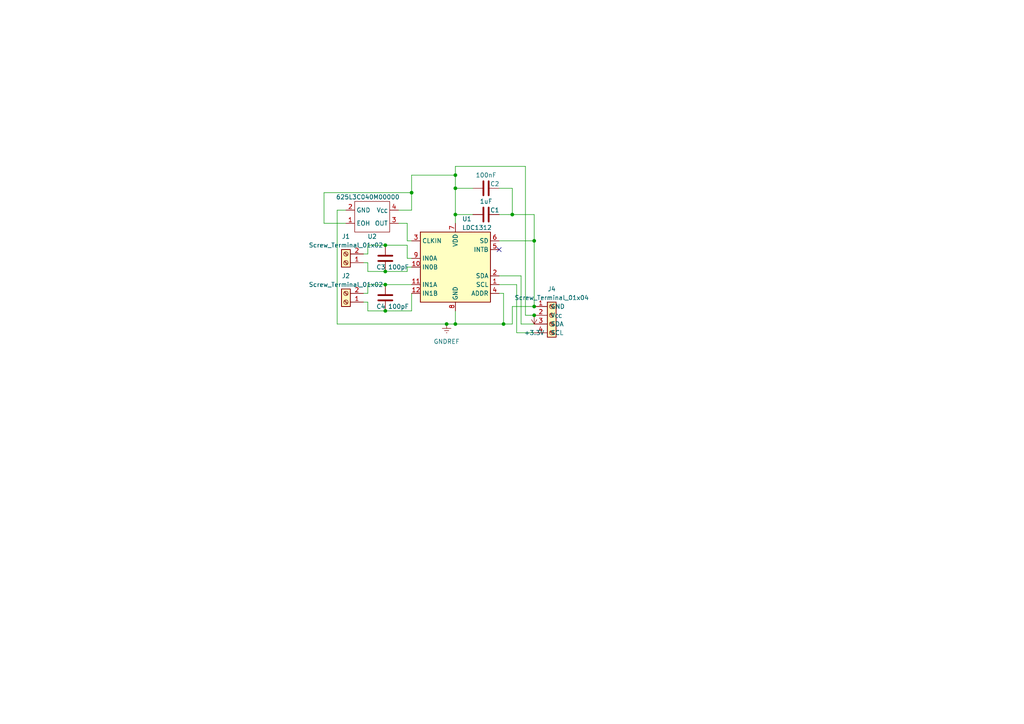
<source format=kicad_sch>
(kicad_sch (version 20230121) (generator eeschema)

  (uuid 350d1303-7e7b-429d-8eeb-6ffcca099a2b)

  (paper "A4")

  (lib_symbols
    (symbol "Connector:Screw_Terminal_01x02" (pin_names (offset 1.016) hide) (in_bom yes) (on_board yes)
      (property "Reference" "J" (at 0 2.54 0)
        (effects (font (size 1.27 1.27)))
      )
      (property "Value" "Screw_Terminal_01x02" (at 0 -5.08 0)
        (effects (font (size 1.27 1.27)))
      )
      (property "Footprint" "" (at 0 0 0)
        (effects (font (size 1.27 1.27)) hide)
      )
      (property "Datasheet" "~" (at 0 0 0)
        (effects (font (size 1.27 1.27)) hide)
      )
      (property "ki_keywords" "screw terminal" (at 0 0 0)
        (effects (font (size 1.27 1.27)) hide)
      )
      (property "ki_description" "Generic screw terminal, single row, 01x02, script generated (kicad-library-utils/schlib/autogen/connector/)" (at 0 0 0)
        (effects (font (size 1.27 1.27)) hide)
      )
      (property "ki_fp_filters" "TerminalBlock*:*" (at 0 0 0)
        (effects (font (size 1.27 1.27)) hide)
      )
      (symbol "Screw_Terminal_01x02_1_1"
        (rectangle (start -1.27 1.27) (end 1.27 -3.81)
          (stroke (width 0.254) (type default))
          (fill (type background))
        )
        (circle (center 0 -2.54) (radius 0.635)
          (stroke (width 0.1524) (type default))
          (fill (type none))
        )
        (polyline
          (pts
            (xy -0.5334 -2.2098)
            (xy 0.3302 -3.048)
          )
          (stroke (width 0.1524) (type default))
          (fill (type none))
        )
        (polyline
          (pts
            (xy -0.5334 0.3302)
            (xy 0.3302 -0.508)
          )
          (stroke (width 0.1524) (type default))
          (fill (type none))
        )
        (polyline
          (pts
            (xy -0.3556 -2.032)
            (xy 0.508 -2.8702)
          )
          (stroke (width 0.1524) (type default))
          (fill (type none))
        )
        (polyline
          (pts
            (xy -0.3556 0.508)
            (xy 0.508 -0.3302)
          )
          (stroke (width 0.1524) (type default))
          (fill (type none))
        )
        (circle (center 0 0) (radius 0.635)
          (stroke (width 0.1524) (type default))
          (fill (type none))
        )
        (pin passive line (at -5.08 0 0) (length 3.81)
          (name "Pin_1" (effects (font (size 1.27 1.27))))
          (number "1" (effects (font (size 1.27 1.27))))
        )
        (pin passive line (at -5.08 -2.54 0) (length 3.81)
          (name "Pin_2" (effects (font (size 1.27 1.27))))
          (number "2" (effects (font (size 1.27 1.27))))
        )
      )
    )
    (symbol "Device:C" (pin_numbers hide) (pin_names (offset 0.254)) (in_bom yes) (on_board yes)
      (property "Reference" "C" (at 0.635 2.54 0)
        (effects (font (size 1.27 1.27)) (justify left))
      )
      (property "Value" "C" (at 0.635 -2.54 0)
        (effects (font (size 1.27 1.27)) (justify left))
      )
      (property "Footprint" "" (at 0.9652 -3.81 0)
        (effects (font (size 1.27 1.27)) hide)
      )
      (property "Datasheet" "~" (at 0 0 0)
        (effects (font (size 1.27 1.27)) hide)
      )
      (property "ki_keywords" "cap capacitor" (at 0 0 0)
        (effects (font (size 1.27 1.27)) hide)
      )
      (property "ki_description" "Unpolarized capacitor" (at 0 0 0)
        (effects (font (size 1.27 1.27)) hide)
      )
      (property "ki_fp_filters" "C_*" (at 0 0 0)
        (effects (font (size 1.27 1.27)) hide)
      )
      (symbol "C_0_1"
        (polyline
          (pts
            (xy -2.032 -0.762)
            (xy 2.032 -0.762)
          )
          (stroke (width 0.508) (type default))
          (fill (type none))
        )
        (polyline
          (pts
            (xy -2.032 0.762)
            (xy 2.032 0.762)
          )
          (stroke (width 0.508) (type default))
          (fill (type none))
        )
      )
      (symbol "C_1_1"
        (pin passive line (at 0 3.81 270) (length 2.794)
          (name "~" (effects (font (size 1.27 1.27))))
          (number "1" (effects (font (size 1.27 1.27))))
        )
        (pin passive line (at 0 -3.81 90) (length 2.794)
          (name "~" (effects (font (size 1.27 1.27))))
          (number "2" (effects (font (size 1.27 1.27))))
        )
      )
    )
    (symbol "LDC_Lib:625L3C040M00000" (in_bom yes) (on_board yes)
      (property "Reference" "U" (at 0 0 0)
        (effects (font (size 1.27 1.27)))
      )
      (property "Value" "" (at 0 0 0)
        (effects (font (size 1.27 1.27)))
      )
      (property "Footprint" "" (at 0 0 0)
        (effects (font (size 1.27 1.27)) hide)
      )
      (property "Datasheet" "" (at 0 0 0)
        (effects (font (size 1.27 1.27)) hide)
      )
      (symbol "625L3C040M00000_0_1"
        (rectangle (start -5.08 0) (end 5.08 -8.89)
          (stroke (width 0) (type default))
          (fill (type none))
        )
      )
      (symbol "625L3C040M00000_1_1"
        (pin input line (at -7.62 -2.54 0) (length 2.54)
          (name "EOH" (effects (font (size 1.27 1.27))))
          (number "1" (effects (font (size 1.27 1.27))))
        )
        (pin power_in line (at -7.62 -6.35 0) (length 2.54)
          (name "GND" (effects (font (size 1.27 1.27))))
          (number "2" (effects (font (size 1.27 1.27))))
        )
        (pin output line (at 7.62 -2.54 180) (length 2.54)
          (name "OUT" (effects (font (size 1.27 1.27))))
          (number "3" (effects (font (size 1.27 1.27))))
        )
        (pin power_in line (at 7.62 -6.35 180) (length 2.54)
          (name "V_{CC}" (effects (font (size 1.27 1.27))))
          (number "4" (effects (font (size 1.27 1.27))))
        )
      )
    )
    (symbol "Screw_Terminal_01x04_1" (pin_names (offset 1.016)) (in_bom yes) (on_board yes)
      (property "Reference" "J3" (at -2.54 -0.635 0)
        (effects (font (size 1.27 1.27)) (justify left))
      )
      (property "Value" "Screw_Terminal_01x04" (at 2.54 -3.175 0)
        (effects (font (size 1.27 1.27)) (justify left))
      )
      (property "Footprint" "" (at 0 0 0)
        (effects (font (size 1.27 1.27)) hide)
      )
      (property "Datasheet" "~" (at 0 0 0)
        (effects (font (size 1.27 1.27)) hide)
      )
      (property "ki_keywords" "screw terminal" (at 0 0 0)
        (effects (font (size 1.27 1.27)) hide)
      )
      (property "ki_description" "Generic screw terminal, single row, 01x04, script generated (kicad-library-utils/schlib/autogen/connector/)" (at 0 0 0)
        (effects (font (size 1.27 1.27)) hide)
      )
      (property "ki_fp_filters" "TerminalBlock*:*" (at 0 0 0)
        (effects (font (size 1.27 1.27)) hide)
      )
      (symbol "Screw_Terminal_01x04_1_1_1"
        (rectangle (start -1.27 -6.35) (end 1.27 3.81)
          (stroke (width 0.254) (type default))
          (fill (type background))
        )
        (circle (center 0 -5.08) (radius 0.635)
          (stroke (width 0.1524) (type default))
          (fill (type none))
        )
        (circle (center 0 -2.54) (radius 0.635)
          (stroke (width 0.1524) (type default))
          (fill (type none))
        )
        (circle (center 0 0) (radius 0.635)
          (stroke (width 0.1524) (type default))
          (fill (type none))
        )
        (polyline
          (pts
            (xy 0.3556 -4.572)
            (xy -0.508 -5.4102)
          )
          (stroke (width 0.1524) (type default))
          (fill (type none))
        )
        (polyline
          (pts
            (xy 0.3556 -2.032)
            (xy -0.508 -2.8702)
          )
          (stroke (width 0.1524) (type default))
          (fill (type none))
        )
        (polyline
          (pts
            (xy 0.3556 0.508)
            (xy -0.508 -0.3302)
          )
          (stroke (width 0.1524) (type default))
          (fill (type none))
        )
        (polyline
          (pts
            (xy 0.3556 3.048)
            (xy -0.508 2.2098)
          )
          (stroke (width 0.1524) (type default))
          (fill (type none))
        )
        (polyline
          (pts
            (xy 0.5334 -4.7498)
            (xy -0.3302 -5.588)
          )
          (stroke (width 0.1524) (type default))
          (fill (type none))
        )
        (polyline
          (pts
            (xy 0.5334 -2.2098)
            (xy -0.3302 -3.048)
          )
          (stroke (width 0.1524) (type default))
          (fill (type none))
        )
        (polyline
          (pts
            (xy 0.5334 0.3302)
            (xy -0.3302 -0.508)
          )
          (stroke (width 0.1524) (type default))
          (fill (type none))
        )
        (polyline
          (pts
            (xy 0.5334 2.8702)
            (xy -0.3302 2.032)
          )
          (stroke (width 0.1524) (type default))
          (fill (type none))
        )
        (circle (center 0 2.54) (radius 0.635)
          (stroke (width 0.1524) (type default))
          (fill (type none))
        )
        (pin passive line (at 5.08 2.54 180) (length 3.81)
          (name "GND" (effects (font (size 1.27 1.27))))
          (number "1" (effects (font (size 1.27 1.27))))
        )
        (pin passive line (at 5.08 0 180) (length 3.81)
          (name "V_{CC}" (effects (font (size 1.27 1.27))))
          (number "2" (effects (font (size 1.27 1.27))))
        )
        (pin passive line (at 5.08 -2.54 180) (length 3.81)
          (name "SDA" (effects (font (size 1.27 1.27))))
          (number "3" (effects (font (size 1.27 1.27))))
        )
        (pin passive line (at 5.08 -5.08 180) (length 3.81)
          (name "SCL" (effects (font (size 1.27 1.27))))
          (number "4" (effects (font (size 1.27 1.27))))
        )
      )
    )
    (symbol "Sensor_Proximity:LDC1312" (in_bom yes) (on_board yes)
      (property "Reference" "U" (at -8.89 11.43 0)
        (effects (font (size 1.27 1.27)))
      )
      (property "Value" "LDC1312" (at 6.35 11.43 0)
        (effects (font (size 1.27 1.27)))
      )
      (property "Footprint" "Package_SON:WSON-12-1EP_4x4mm_P0.5mm_EP2.6x3mm_ThermalVias" (at 2.54 0 0)
        (effects (font (size 1.27 1.27)) hide)
      )
      (property "Datasheet" "http://www.ti.com/lit/ds/symlink/ldc1312.pdf" (at 0 2.54 0)
        (effects (font (size 1.27 1.27)) hide)
      )
      (property "ki_keywords" "inductance sensor" (at 0 0 0)
        (effects (font (size 1.27 1.27)) hide)
      )
      (property "ki_description" "Inductance to digital converter, 2-channel 12-bit, WSON-12" (at 0 0 0)
        (effects (font (size 1.27 1.27)) hide)
      )
      (property "ki_fp_filters" "WSON*1EP*4x4mm*P0.5mm*" (at 0 0 0)
        (effects (font (size 1.27 1.27)) hide)
      )
      (symbol "LDC1312_0_1"
        (rectangle (start -10.16 -10.16) (end 10.16 10.16)
          (stroke (width 0.254) (type default))
          (fill (type background))
        )
      )
      (symbol "LDC1312_1_1"
        (pin input line (at 12.7 -5.08 180) (length 2.54)
          (name "SCL" (effects (font (size 1.27 1.27))))
          (number "1" (effects (font (size 1.27 1.27))))
        )
        (pin input line (at -12.7 0 0) (length 2.54)
          (name "IN0B" (effects (font (size 1.27 1.27))))
          (number "10" (effects (font (size 1.27 1.27))))
        )
        (pin input line (at -12.7 -5.08 0) (length 2.54)
          (name "IN1A" (effects (font (size 1.27 1.27))))
          (number "11" (effects (font (size 1.27 1.27))))
        )
        (pin input line (at -12.7 -7.62 0) (length 2.54)
          (name "IN1B" (effects (font (size 1.27 1.27))))
          (number "12" (effects (font (size 1.27 1.27))))
        )
        (pin passive line (at 0 -12.7 90) (length 2.54) hide
          (name "GND" (effects (font (size 1.27 1.27))))
          (number "13" (effects (font (size 1.27 1.27))))
        )
        (pin bidirectional line (at 12.7 -2.54 180) (length 2.54)
          (name "SDA" (effects (font (size 1.27 1.27))))
          (number "2" (effects (font (size 1.27 1.27))))
        )
        (pin input line (at -12.7 7.62 0) (length 2.54)
          (name "CLKIN" (effects (font (size 1.27 1.27))))
          (number "3" (effects (font (size 1.27 1.27))))
        )
        (pin input line (at 12.7 -7.62 180) (length 2.54)
          (name "ADDR" (effects (font (size 1.27 1.27))))
          (number "4" (effects (font (size 1.27 1.27))))
        )
        (pin open_collector line (at 12.7 5.08 180) (length 2.54)
          (name "INTB" (effects (font (size 1.27 1.27))))
          (number "5" (effects (font (size 1.27 1.27))))
        )
        (pin input line (at 12.7 7.62 180) (length 2.54)
          (name "SD" (effects (font (size 1.27 1.27))))
          (number "6" (effects (font (size 1.27 1.27))))
        )
        (pin power_in line (at 0 12.7 270) (length 2.54)
          (name "VDD" (effects (font (size 1.27 1.27))))
          (number "7" (effects (font (size 1.27 1.27))))
        )
        (pin power_in line (at 0 -12.7 90) (length 2.54)
          (name "GND" (effects (font (size 1.27 1.27))))
          (number "8" (effects (font (size 1.27 1.27))))
        )
        (pin input line (at -12.7 2.54 0) (length 2.54)
          (name "IN0A" (effects (font (size 1.27 1.27))))
          (number "9" (effects (font (size 1.27 1.27))))
        )
      )
    )
    (symbol "power:+3.3V" (power) (pin_names (offset 0)) (in_bom yes) (on_board yes)
      (property "Reference" "#PWR" (at 0 -3.81 0)
        (effects (font (size 1.27 1.27)) hide)
      )
      (property "Value" "+3.3V" (at 0 3.556 0)
        (effects (font (size 1.27 1.27)))
      )
      (property "Footprint" "" (at 0 0 0)
        (effects (font (size 1.27 1.27)) hide)
      )
      (property "Datasheet" "" (at 0 0 0)
        (effects (font (size 1.27 1.27)) hide)
      )
      (property "ki_keywords" "global power" (at 0 0 0)
        (effects (font (size 1.27 1.27)) hide)
      )
      (property "ki_description" "Power symbol creates a global label with name \"+3.3V\"" (at 0 0 0)
        (effects (font (size 1.27 1.27)) hide)
      )
      (symbol "+3.3V_0_1"
        (polyline
          (pts
            (xy -0.762 1.27)
            (xy 0 2.54)
          )
          (stroke (width 0) (type default))
          (fill (type none))
        )
        (polyline
          (pts
            (xy 0 0)
            (xy 0 2.54)
          )
          (stroke (width 0) (type default))
          (fill (type none))
        )
        (polyline
          (pts
            (xy 0 2.54)
            (xy 0.762 1.27)
          )
          (stroke (width 0) (type default))
          (fill (type none))
        )
      )
      (symbol "+3.3V_1_1"
        (pin power_in line (at 0 0 90) (length 0) hide
          (name "+3.3V" (effects (font (size 1.27 1.27))))
          (number "1" (effects (font (size 1.27 1.27))))
        )
      )
    )
    (symbol "power:GNDREF" (power) (pin_names (offset 0)) (in_bom yes) (on_board yes)
      (property "Reference" "#PWR" (at 0 -6.35 0)
        (effects (font (size 1.27 1.27)) hide)
      )
      (property "Value" "GNDREF" (at 0 -3.81 0)
        (effects (font (size 1.27 1.27)))
      )
      (property "Footprint" "" (at 0 0 0)
        (effects (font (size 1.27 1.27)) hide)
      )
      (property "Datasheet" "" (at 0 0 0)
        (effects (font (size 1.27 1.27)) hide)
      )
      (property "ki_keywords" "global power" (at 0 0 0)
        (effects (font (size 1.27 1.27)) hide)
      )
      (property "ki_description" "Power symbol creates a global label with name \"GNDREF\" , reference supply ground" (at 0 0 0)
        (effects (font (size 1.27 1.27)) hide)
      )
      (symbol "GNDREF_0_1"
        (polyline
          (pts
            (xy -0.635 -1.905)
            (xy 0.635 -1.905)
          )
          (stroke (width 0) (type default))
          (fill (type none))
        )
        (polyline
          (pts
            (xy -0.127 -2.54)
            (xy 0.127 -2.54)
          )
          (stroke (width 0) (type default))
          (fill (type none))
        )
        (polyline
          (pts
            (xy 0 -1.27)
            (xy 0 0)
          )
          (stroke (width 0) (type default))
          (fill (type none))
        )
        (polyline
          (pts
            (xy 1.27 -1.27)
            (xy -1.27 -1.27)
          )
          (stroke (width 0) (type default))
          (fill (type none))
        )
      )
      (symbol "GNDREF_1_1"
        (pin power_in line (at 0 0 270) (length 0) hide
          (name "GNDREF" (effects (font (size 1.27 1.27))))
          (number "1" (effects (font (size 1.27 1.27))))
        )
      )
    )
  )


  (junction (at 132.08 54.61) (diameter 0) (color 0 0 0 0)
    (uuid 0b53fad0-80ee-4025-ba36-91807f030f6c)
  )
  (junction (at 132.08 50.8) (diameter 0) (color 0 0 0 0)
    (uuid 11fc8e3d-fa9c-4a29-b923-8436c03ca96b)
  )
  (junction (at 119.38 55.88) (diameter 0) (color 0 0 0 0)
    (uuid 133449a3-8c68-420e-909a-02822af401f4)
  )
  (junction (at 111.76 71.12) (diameter 0) (color 0 0 0 0)
    (uuid 29e44da8-409f-4358-876a-402310b1078d)
  )
  (junction (at 111.76 78.74) (diameter 0) (color 0 0 0 0)
    (uuid 2ac665d4-0ce4-449e-a248-3366a086b727)
  )
  (junction (at 146.05 93.98) (diameter 0) (color 0 0 0 0)
    (uuid 2c222316-980c-4c47-b5bb-99955c8143da)
  )
  (junction (at 129.54 93.98) (diameter 0) (color 0 0 0 0)
    (uuid 333935ff-7fbf-4247-8040-3cef9ed82b2a)
  )
  (junction (at 132.08 93.98) (diameter 0) (color 0 0 0 0)
    (uuid 33ecddc1-bdd1-4990-9eb9-515c660a6bbe)
  )
  (junction (at 154.94 88.9) (diameter 0) (color 0 0 0 0)
    (uuid 3d326554-762b-41f0-99a8-5b20974bd144)
  )
  (junction (at 148.59 62.23) (diameter 0) (color 0 0 0 0)
    (uuid 59de41ff-62a6-467a-8b3b-81d430c63b2a)
  )
  (junction (at 111.76 90.17) (diameter 0) (color 0 0 0 0)
    (uuid 6acc3a87-f4e6-470b-9898-15be6696e0dd)
  )
  (junction (at 154.94 91.44) (diameter 0) (color 0 0 0 0)
    (uuid 92225e05-8009-4d11-aa99-64bc4cad97d3)
  )
  (junction (at 132.08 62.23) (diameter 0) (color 0 0 0 0)
    (uuid 96856b91-ea25-4c6a-967f-e7aef106bd9b)
  )
  (junction (at 154.94 69.85) (diameter 0) (color 0 0 0 0)
    (uuid eecabe2a-74a4-4ee5-a31f-f8ac7c45cfb9)
  )
  (junction (at 111.76 82.55) (diameter 0) (color 0 0 0 0)
    (uuid fe7ccc17-6148-438c-9331-0b26857b41f0)
  )

  (no_connect (at 144.78 72.39) (uuid 7280db1f-6e68-4236-8b7c-54f1b85d78c3))

  (wire (pts (xy 93.98 55.88) (xy 93.98 64.77))
    (stroke (width 0) (type default))
    (uuid 02e0d91c-2f00-444a-af25-7100ef1a4413)
  )
  (wire (pts (xy 119.38 55.88) (xy 119.38 50.8))
    (stroke (width 0) (type default))
    (uuid 098432b3-1926-41d2-92d3-371dbdb3cf13)
  )
  (wire (pts (xy 119.38 50.8) (xy 132.08 50.8))
    (stroke (width 0) (type default))
    (uuid 0c6f93d6-456d-4523-aaa4-c76785f9ba86)
  )
  (wire (pts (xy 106.68 76.2) (xy 106.68 78.74))
    (stroke (width 0) (type default))
    (uuid 10322f43-8a5a-4cff-b30a-11b49dfa8107)
  )
  (wire (pts (xy 151.13 80.01) (xy 151.13 93.98))
    (stroke (width 0) (type default))
    (uuid 12d0dca1-f8b0-4919-b0be-9c362fdf56d3)
  )
  (wire (pts (xy 93.98 55.88) (xy 119.38 55.88))
    (stroke (width 0) (type default))
    (uuid 16dbac8a-44b6-4f45-a57f-46c89104a247)
  )
  (wire (pts (xy 148.59 62.23) (xy 154.94 62.23))
    (stroke (width 0) (type default))
    (uuid 172525ca-ad71-441e-9e77-28e005eb7160)
  )
  (wire (pts (xy 97.79 93.98) (xy 129.54 93.98))
    (stroke (width 0) (type default))
    (uuid 17e08190-426c-4a83-918c-94a10a45c98e)
  )
  (wire (pts (xy 106.68 87.63) (xy 106.68 90.17))
    (stroke (width 0) (type default))
    (uuid 1d5c73b3-7b4b-4020-87c7-6f85123e469b)
  )
  (wire (pts (xy 106.68 85.09) (xy 106.68 82.55))
    (stroke (width 0) (type default))
    (uuid 2295fdc6-177a-418c-9bdc-5bcc522058af)
  )
  (wire (pts (xy 115.57 60.96) (xy 119.38 60.96))
    (stroke (width 0) (type default))
    (uuid 25172d50-9621-49dc-914b-430e517d3f19)
  )
  (wire (pts (xy 106.68 73.66) (xy 106.68 71.12))
    (stroke (width 0) (type default))
    (uuid 267ea33e-7596-4ec8-b6f2-a7c8b1d58f35)
  )
  (wire (pts (xy 106.68 82.55) (xy 111.76 82.55))
    (stroke (width 0) (type default))
    (uuid 2cf7425e-834d-4620-844e-e793c0c9a44a)
  )
  (wire (pts (xy 144.78 80.01) (xy 151.13 80.01))
    (stroke (width 0) (type default))
    (uuid 30559fe9-f2ea-4c7d-8eac-5285b0014808)
  )
  (wire (pts (xy 132.08 62.23) (xy 132.08 64.77))
    (stroke (width 0) (type default))
    (uuid 3109ae83-a37f-4a7f-bb3b-b3e4e418e689)
  )
  (wire (pts (xy 149.86 96.52) (xy 149.86 82.55))
    (stroke (width 0) (type default))
    (uuid 312bcd90-5b5c-4e78-ba44-331c5f551e6f)
  )
  (wire (pts (xy 105.41 85.09) (xy 106.68 85.09))
    (stroke (width 0) (type default))
    (uuid 3291f245-5c5a-4cf7-a19e-26a18c30a47a)
  )
  (wire (pts (xy 119.38 77.47) (xy 118.11 77.47))
    (stroke (width 0) (type default))
    (uuid 32b92b3c-b54b-4806-baab-89e36f9d7143)
  )
  (wire (pts (xy 144.78 69.85) (xy 154.94 69.85))
    (stroke (width 0) (type default))
    (uuid 34a42f8c-6c9a-4cb2-af1e-ae8c7df1b4e7)
  )
  (wire (pts (xy 111.76 82.55) (xy 119.38 82.55))
    (stroke (width 0) (type default))
    (uuid 37ac5bf3-39b9-4dfd-a69c-9a0a3c8b7341)
  )
  (wire (pts (xy 144.78 85.09) (xy 146.05 85.09))
    (stroke (width 0) (type default))
    (uuid 3a507798-c1dc-46d1-9141-150ebd057541)
  )
  (wire (pts (xy 118.11 64.77) (xy 118.11 69.85))
    (stroke (width 0) (type default))
    (uuid 3bad9c17-2096-4a4e-a30c-f65670cf1669)
  )
  (wire (pts (xy 118.11 69.85) (xy 119.38 69.85))
    (stroke (width 0) (type default))
    (uuid 3e6b396f-ad41-435b-ae97-efb4af933eae)
  )
  (wire (pts (xy 132.08 54.61) (xy 137.16 54.61))
    (stroke (width 0) (type default))
    (uuid 52df1c8a-c62b-4a57-8dad-86c2318d1a4a)
  )
  (wire (pts (xy 119.38 74.93) (xy 118.11 74.93))
    (stroke (width 0) (type default))
    (uuid 54096ae6-b144-4570-920d-08d6a0f845e7)
  )
  (wire (pts (xy 146.05 93.98) (xy 148.59 93.98))
    (stroke (width 0) (type default))
    (uuid 54e63cb9-ad89-4133-ad50-1e18338eff25)
  )
  (wire (pts (xy 148.59 88.9) (xy 148.59 93.98))
    (stroke (width 0) (type default))
    (uuid 56e2a67c-bf7f-42a3-9578-84752c2c928d)
  )
  (wire (pts (xy 148.59 54.61) (xy 148.59 62.23))
    (stroke (width 0) (type default))
    (uuid 5a37cb69-1406-4a75-a787-b03096a90fec)
  )
  (wire (pts (xy 105.41 76.2) (xy 106.68 76.2))
    (stroke (width 0) (type default))
    (uuid 5a89e28c-f180-414b-9cc5-b960fda22280)
  )
  (wire (pts (xy 132.08 48.26) (xy 132.08 50.8))
    (stroke (width 0) (type default))
    (uuid 67c864f1-978a-4636-817e-fb23e63b862b)
  )
  (wire (pts (xy 100.33 64.77) (xy 93.98 64.77))
    (stroke (width 0) (type default))
    (uuid 6af93660-e3fe-448d-96a2-2ac264a0adca)
  )
  (wire (pts (xy 152.4 48.26) (xy 132.08 48.26))
    (stroke (width 0) (type default))
    (uuid 6cfef34e-0ad4-4f2e-a636-af9bbad69b1f)
  )
  (wire (pts (xy 105.41 73.66) (xy 106.68 73.66))
    (stroke (width 0) (type default))
    (uuid 79229dc4-58c3-49a7-bb9a-404e34e5d6bb)
  )
  (wire (pts (xy 132.08 93.98) (xy 146.05 93.98))
    (stroke (width 0) (type default))
    (uuid 808ddae0-9a8e-4640-b1ac-50de1dd0b6ce)
  )
  (wire (pts (xy 111.76 90.17) (xy 119.38 90.17))
    (stroke (width 0) (type default))
    (uuid 82cc0d12-4ff4-4a66-a45b-3b7bd687531b)
  )
  (wire (pts (xy 154.94 96.52) (xy 149.86 96.52))
    (stroke (width 0) (type default))
    (uuid 8714bc08-c001-4fdd-b931-d77e457ded9f)
  )
  (wire (pts (xy 115.57 64.77) (xy 118.11 64.77))
    (stroke (width 0) (type default))
    (uuid 8c0c23fd-6ef8-4471-8f9f-387bf35f1ef4)
  )
  (wire (pts (xy 97.79 60.96) (xy 97.79 93.98))
    (stroke (width 0) (type default))
    (uuid 9507d92a-6fdd-48ce-a297-36dd6d33bdf4)
  )
  (wire (pts (xy 146.05 85.09) (xy 146.05 93.98))
    (stroke (width 0) (type default))
    (uuid 9d18463d-d0ed-40ef-ae61-232aa7a68738)
  )
  (wire (pts (xy 119.38 55.88) (xy 119.38 60.96))
    (stroke (width 0) (type default))
    (uuid 9ed110aa-c7e3-42d0-810e-2ce5f3413b4f)
  )
  (wire (pts (xy 151.13 93.98) (xy 154.94 93.98))
    (stroke (width 0) (type default))
    (uuid adc1e59d-5e87-401a-a4f2-97c476e0b977)
  )
  (wire (pts (xy 144.78 82.55) (xy 149.86 82.55))
    (stroke (width 0) (type default))
    (uuid addf64e7-4de4-47a0-816a-5e483ef8c572)
  )
  (wire (pts (xy 100.33 60.96) (xy 97.79 60.96))
    (stroke (width 0) (type default))
    (uuid b973ba34-122a-47d5-9ce9-586280612516)
  )
  (wire (pts (xy 148.59 88.9) (xy 154.94 88.9))
    (stroke (width 0) (type default))
    (uuid bc0c5157-84b3-4e06-a4af-b810aed95170)
  )
  (wire (pts (xy 118.11 77.47) (xy 118.11 78.74))
    (stroke (width 0) (type default))
    (uuid bf2891f5-8ee7-4a83-93d0-9d9bfd7e5acc)
  )
  (wire (pts (xy 144.78 54.61) (xy 148.59 54.61))
    (stroke (width 0) (type default))
    (uuid c157d4a6-84f6-4ee0-b3b4-35a84df24d46)
  )
  (wire (pts (xy 137.16 62.23) (xy 132.08 62.23))
    (stroke (width 0) (type default))
    (uuid c3671652-761d-4c9b-9110-499c1d3d1ef9)
  )
  (wire (pts (xy 154.94 69.85) (xy 154.94 88.9))
    (stroke (width 0) (type default))
    (uuid d0f94510-5a48-459e-a8e3-9a6fa35bd447)
  )
  (wire (pts (xy 119.38 85.09) (xy 119.38 90.17))
    (stroke (width 0) (type default))
    (uuid d7bc96f2-b479-418f-8707-0cf01c6c009f)
  )
  (wire (pts (xy 106.68 90.17) (xy 111.76 90.17))
    (stroke (width 0) (type default))
    (uuid d8d8f4a8-591f-4af2-9232-5359679227ac)
  )
  (wire (pts (xy 148.59 62.23) (xy 144.78 62.23))
    (stroke (width 0) (type default))
    (uuid d95b1a10-6f7f-48c5-bab6-b6fe2a8eb15f)
  )
  (wire (pts (xy 105.41 87.63) (xy 106.68 87.63))
    (stroke (width 0) (type default))
    (uuid db54f1e6-ed21-442c-b5d8-3e580d2b19ec)
  )
  (wire (pts (xy 111.76 71.12) (xy 118.11 71.12))
    (stroke (width 0) (type default))
    (uuid de485b1f-f5ef-4e94-b4d9-1a8035edc0fb)
  )
  (wire (pts (xy 111.76 78.74) (xy 118.11 78.74))
    (stroke (width 0) (type default))
    (uuid e5345a17-c1cf-49d3-a80d-23167af2f314)
  )
  (wire (pts (xy 132.08 90.17) (xy 132.08 93.98))
    (stroke (width 0) (type default))
    (uuid e5f4fa7c-adb0-4538-8f1e-3ac37fdfe66a)
  )
  (wire (pts (xy 106.68 78.74) (xy 111.76 78.74))
    (stroke (width 0) (type default))
    (uuid e91e64e6-8f21-4403-a053-848df5fe0525)
  )
  (wire (pts (xy 129.54 93.98) (xy 132.08 93.98))
    (stroke (width 0) (type default))
    (uuid eca604ba-015e-4ee1-9d3b-e7412d732195)
  )
  (wire (pts (xy 132.08 54.61) (xy 132.08 62.23))
    (stroke (width 0) (type default))
    (uuid ed1fda7a-6218-4a87-95a7-850d17e5deed)
  )
  (wire (pts (xy 154.94 62.23) (xy 154.94 69.85))
    (stroke (width 0) (type default))
    (uuid f82e81bb-4cb8-4126-a9fb-77eeb6c27e6e)
  )
  (wire (pts (xy 118.11 74.93) (xy 118.11 71.12))
    (stroke (width 0) (type default))
    (uuid f907d94d-214e-469f-9710-45fee4ecef60)
  )
  (wire (pts (xy 106.68 71.12) (xy 111.76 71.12))
    (stroke (width 0) (type default))
    (uuid fa22ab70-0ed8-4078-880a-0d93cdf9d4c8)
  )
  (wire (pts (xy 154.94 91.44) (xy 152.4 91.44))
    (stroke (width 0) (type default))
    (uuid fab459b9-29d8-4942-a740-aaf66de0486d)
  )
  (wire (pts (xy 152.4 91.44) (xy 152.4 48.26))
    (stroke (width 0) (type default))
    (uuid fde6e9fd-121c-47f6-b914-d25e64ec4979)
  )
  (wire (pts (xy 132.08 50.8) (xy 132.08 54.61))
    (stroke (width 0) (type default))
    (uuid ff8d827c-1f1c-425d-b535-be69e0060cd2)
  )

  (symbol (lib_id "Device:C") (at 140.97 54.61 270) (unit 1)
    (in_bom yes) (on_board yes) (dnp no)
    (uuid 24fe19e8-d773-42f2-84d2-755202a6dd30)
    (property "Reference" "C2" (at 143.51 53.34 90)
      (effects (font (size 1.27 1.27)))
    )
    (property "Value" "100nF" (at 140.97 50.8 90)
      (effects (font (size 1.27 1.27)))
    )
    (property "Footprint" "Capacitor_SMD:C_0805_2012Metric_Pad1.18x1.45mm_HandSolder" (at 137.16 55.5752 0)
      (effects (font (size 1.27 1.27)) hide)
    )
    (property "Datasheet" "~" (at 140.97 54.61 0)
      (effects (font (size 1.27 1.27)) hide)
    )
    (pin "1" (uuid bf663cd0-7b39-4766-90c2-246413818012))
    (pin "2" (uuid 103cbc82-4857-4e24-bade-ae99a829c856))
    (instances
      (project "My_LDC"
        (path "/350d1303-7e7b-429d-8eeb-6ffcca099a2b"
          (reference "C2") (unit 1)
        )
      )
    )
  )

  (symbol (lib_id "power:+3.3V") (at 154.94 91.44 180) (unit 1)
    (in_bom yes) (on_board yes) (dnp no) (fields_autoplaced)
    (uuid 75748000-6fdf-497b-9eb1-a189dff5f026)
    (property "Reference" "#PWR01" (at 154.94 87.63 0)
      (effects (font (size 1.27 1.27)) hide)
    )
    (property "Value" "+3.3V" (at 154.94 96.52 0)
      (effects (font (size 1.27 1.27)))
    )
    (property "Footprint" "" (at 154.94 91.44 0)
      (effects (font (size 1.27 1.27)) hide)
    )
    (property "Datasheet" "" (at 154.94 91.44 0)
      (effects (font (size 1.27 1.27)) hide)
    )
    (pin "1" (uuid 5902d4c8-547a-4dee-a4c6-16a1b4e835cc))
    (instances
      (project "My_LDC"
        (path "/350d1303-7e7b-429d-8eeb-6ffcca099a2b"
          (reference "#PWR01") (unit 1)
        )
      )
    )
  )

  (symbol (lib_id "Device:C") (at 111.76 86.36 0) (unit 1)
    (in_bom yes) (on_board yes) (dnp no)
    (uuid 83365315-1942-43ad-9be8-407395f3febb)
    (property "Reference" "C4" (at 110.49 88.9 0)
      (effects (font (size 1.27 1.27)))
    )
    (property "Value" "100pF" (at 115.57 88.9 0)
      (effects (font (size 1.27 1.27)))
    )
    (property "Footprint" "Capacitor_SMD:C_0805_2012Metric_Pad1.18x1.45mm_HandSolder" (at 112.7252 90.17 0)
      (effects (font (size 1.27 1.27)) hide)
    )
    (property "Datasheet" "~" (at 111.76 86.36 0)
      (effects (font (size 1.27 1.27)) hide)
    )
    (pin "1" (uuid 0247d7f2-2347-44e6-a23e-9a4f64153e30))
    (pin "2" (uuid 239d750b-951b-4f76-b8da-81930f723974))
    (instances
      (project "My_LDC"
        (path "/350d1303-7e7b-429d-8eeb-6ffcca099a2b"
          (reference "C4") (unit 1)
        )
      )
    )
  )

  (symbol (lib_id "Connector:Screw_Terminal_01x02") (at 100.33 87.63 180) (unit 1)
    (in_bom yes) (on_board yes) (dnp no) (fields_autoplaced)
    (uuid 95fe3f00-373c-4e4c-bc36-5fcd5e67e794)
    (property "Reference" "J2" (at 100.33 80.01 0)
      (effects (font (size 1.27 1.27)))
    )
    (property "Value" "Screw_Terminal_01x02" (at 100.33 82.55 0)
      (effects (font (size 1.27 1.27)))
    )
    (property "Footprint" "LDC_Footprints:2_pin_connector" (at 100.33 87.63 0)
      (effects (font (size 1.27 1.27)) hide)
    )
    (property "Datasheet" "~" (at 100.33 87.63 0)
      (effects (font (size 1.27 1.27)) hide)
    )
    (pin "1" (uuid 124bb7f4-cc80-4774-8adf-567788dea035))
    (pin "2" (uuid e288e51a-af1f-461e-bb9a-fbb35a05d05c))
    (instances
      (project "My_LDC"
        (path "/350d1303-7e7b-429d-8eeb-6ffcca099a2b"
          (reference "J2") (unit 1)
        )
      )
    )
  )

  (symbol (lib_id "Sensor_Proximity:LDC1312") (at 132.08 77.47 0) (unit 1)
    (in_bom yes) (on_board yes) (dnp no) (fields_autoplaced)
    (uuid 99ef1136-59cd-4300-be3a-d99dead2eaec)
    (property "Reference" "U1" (at 134.0359 63.5 0)
      (effects (font (size 1.27 1.27)) (justify left))
    )
    (property "Value" "LDC1312" (at 134.0359 66.04 0)
      (effects (font (size 1.27 1.27)) (justify left))
    )
    (property "Footprint" "Package_SON:WSON-12-1EP_4x4mm_P0.5mm_EP2.6x3mm_ThermalVias" (at 134.62 77.47 0)
      (effects (font (size 1.27 1.27)) hide)
    )
    (property "Datasheet" "http://www.ti.com/lit/ds/symlink/ldc1312.pdf" (at 132.08 74.93 0)
      (effects (font (size 1.27 1.27)) hide)
    )
    (pin "1" (uuid caf053cf-31cb-45b6-99ce-def141fc9d95))
    (pin "10" (uuid 2c43ce67-1ef9-4ec1-9b6f-5db7596ca467))
    (pin "11" (uuid 02115eef-3263-4bb6-afbc-2dcee8af429d))
    (pin "12" (uuid 499c7752-c10b-4f69-9692-628cbd5db7c8))
    (pin "13" (uuid ac65fb13-fe64-4cc5-8771-aeed0dfbbacb))
    (pin "2" (uuid 60a5a8e4-f90b-4ead-9674-4de5cfe86df4))
    (pin "3" (uuid 12aab4c8-1b76-45c7-911d-f17568ce5f44))
    (pin "4" (uuid d5d3db91-cfe8-495e-9366-bf5e667551b5))
    (pin "5" (uuid f138e1dd-5b70-4c32-94bf-bf17fb48d392))
    (pin "6" (uuid 03b35e66-016c-46e6-8a34-5064e4f10c6a))
    (pin "7" (uuid d883928c-040c-4729-b616-39306305ed4f))
    (pin "8" (uuid 2c3bcd2d-bf3c-4d10-9928-8bc4e772e38c))
    (pin "9" (uuid 7fad5df6-c318-4823-91c9-678841025b11))
    (instances
      (project "My_LDC"
        (path "/350d1303-7e7b-429d-8eeb-6ffcca099a2b"
          (reference "U1") (unit 1)
        )
      )
    )
  )

  (symbol (lib_id "LDC_Lib:625L3C040M00000") (at 107.95 67.31 0) (mirror x) (unit 1)
    (in_bom yes) (on_board yes) (dnp no)
    (uuid a3347c68-95e2-4a34-8d63-60e2c38a6e9d)
    (property "Reference" "U2" (at 107.95 68.58 0)
      (effects (font (size 1.27 1.27)))
    )
    (property "Value" "625L3C040M00000" (at 106.68 57.15 0)
      (effects (font (size 1.27 1.27)))
    )
    (property "Footprint" "LDC_Footprints:625L3C040M00000" (at 107.95 67.31 0)
      (effects (font (size 1.27 1.27)) hide)
    )
    (property "Datasheet" "" (at 107.95 67.31 0)
      (effects (font (size 1.27 1.27)) hide)
    )
    (pin "1" (uuid ea7a2264-789e-428d-85b3-bcbb6a32c461))
    (pin "2" (uuid 0b2c79dc-3f57-4a81-af35-fc0826c9666b))
    (pin "3" (uuid c3b7b154-5556-4abe-a6d4-d439fc23c05d))
    (pin "4" (uuid 91ed0c2c-0df0-4aaa-a208-c8d8be7697f4))
    (instances
      (project "My_LDC"
        (path "/350d1303-7e7b-429d-8eeb-6ffcca099a2b"
          (reference "U2") (unit 1)
        )
      )
    )
  )

  (symbol (lib_name "Screw_Terminal_01x04_1") (lib_id "Connector:Screw_Terminal_01x04") (at 160.02 91.44 0) (mirror y) (unit 1)
    (in_bom yes) (on_board yes) (dnp no)
    (uuid aa295d9e-5c6b-461c-ab7f-2d0147cd5314)
    (property "Reference" "J4" (at 160.02 83.82 0)
      (effects (font (size 1.27 1.27)))
    )
    (property "Value" "Screw_Terminal_01x04" (at 160.02 86.36 0)
      (effects (font (size 1.27 1.27)))
    )
    (property "Footprint" "Connector:NS-Tech_Grove_1x04_P2mm_Vertical" (at 160.02 91.44 0)
      (effects (font (size 1.27 1.27)) hide)
    )
    (property "Datasheet" "~" (at 160.02 91.44 0)
      (effects (font (size 1.27 1.27)) hide)
    )
    (pin "1" (uuid 2e5c5ac1-1ebf-4c23-bc65-7cc91843a433))
    (pin "2" (uuid 9b848c17-d276-4b52-b223-589ee5a28a50))
    (pin "3" (uuid f31f8801-ffe7-421d-a315-65bff83c3019))
    (pin "4" (uuid a80a55e5-054c-4c1a-afb7-a0cc09847a5a))
    (instances
      (project "My_LDC"
        (path "/350d1303-7e7b-429d-8eeb-6ffcca099a2b"
          (reference "J4") (unit 1)
        )
      )
    )
  )

  (symbol (lib_id "Device:C") (at 140.97 62.23 270) (unit 1)
    (in_bom yes) (on_board yes) (dnp no)
    (uuid c67d81ab-853b-4e8d-8dc9-2b389f4cbc68)
    (property "Reference" "C1" (at 143.51 60.96 90)
      (effects (font (size 1.27 1.27)))
    )
    (property "Value" "1uF" (at 140.97 58.42 90)
      (effects (font (size 1.27 1.27)))
    )
    (property "Footprint" "Capacitor_SMD:C_0805_2012Metric_Pad1.18x1.45mm_HandSolder" (at 137.16 63.1952 0)
      (effects (font (size 1.27 1.27)) hide)
    )
    (property "Datasheet" "~" (at 140.97 62.23 0)
      (effects (font (size 1.27 1.27)) hide)
    )
    (pin "1" (uuid 2d90b26b-3fed-4055-aed8-f1d5c54a61d9))
    (pin "2" (uuid 5693e1e6-8f8f-4f8e-9141-661d6b898e10))
    (instances
      (project "My_LDC"
        (path "/350d1303-7e7b-429d-8eeb-6ffcca099a2b"
          (reference "C1") (unit 1)
        )
      )
    )
  )

  (symbol (lib_id "Device:C") (at 111.76 74.93 0) (unit 1)
    (in_bom yes) (on_board yes) (dnp no)
    (uuid e20be6f7-aab5-4f20-8f5e-168b6e776c14)
    (property "Reference" "C3" (at 110.49 77.47 0)
      (effects (font (size 1.27 1.27)))
    )
    (property "Value" "100pF" (at 115.57 77.47 0)
      (effects (font (size 1.27 1.27)))
    )
    (property "Footprint" "Capacitor_SMD:C_0805_2012Metric_Pad1.18x1.45mm_HandSolder" (at 112.7252 78.74 0)
      (effects (font (size 1.27 1.27)) hide)
    )
    (property "Datasheet" "~" (at 111.76 74.93 0)
      (effects (font (size 1.27 1.27)) hide)
    )
    (pin "1" (uuid 819e6411-6a08-4e02-9e02-65036339bea5))
    (pin "2" (uuid e4d03b9e-6bea-4963-9008-4b656cb04000))
    (instances
      (project "My_LDC"
        (path "/350d1303-7e7b-429d-8eeb-6ffcca099a2b"
          (reference "C3") (unit 1)
        )
      )
    )
  )

  (symbol (lib_id "Connector:Screw_Terminal_01x02") (at 100.33 76.2 180) (unit 1)
    (in_bom yes) (on_board yes) (dnp no) (fields_autoplaced)
    (uuid e90d844c-087e-40c7-a94b-44abe347a8b3)
    (property "Reference" "J1" (at 100.33 68.58 0)
      (effects (font (size 1.27 1.27)))
    )
    (property "Value" "Screw_Terminal_01x02" (at 100.33 71.12 0)
      (effects (font (size 1.27 1.27)))
    )
    (property "Footprint" "LDC_Footprints:2_pin_connector" (at 100.33 76.2 0)
      (effects (font (size 1.27 1.27)) hide)
    )
    (property "Datasheet" "~" (at 100.33 76.2 0)
      (effects (font (size 1.27 1.27)) hide)
    )
    (pin "1" (uuid 47280951-1d1d-4368-9d8b-64a732a6e8d6))
    (pin "2" (uuid 476ed689-da21-448e-a307-ce11b98167e5))
    (instances
      (project "My_LDC"
        (path "/350d1303-7e7b-429d-8eeb-6ffcca099a2b"
          (reference "J1") (unit 1)
        )
      )
    )
  )

  (symbol (lib_id "power:GNDREF") (at 129.54 93.98 0) (unit 1)
    (in_bom yes) (on_board yes) (dnp no) (fields_autoplaced)
    (uuid f862af96-2082-4fb7-9a02-70083061e51e)
    (property "Reference" "#PWR02" (at 129.54 100.33 0)
      (effects (font (size 1.27 1.27)) hide)
    )
    (property "Value" "GNDREF" (at 129.54 99.06 0)
      (effects (font (size 1.27 1.27)))
    )
    (property "Footprint" "" (at 129.54 93.98 0)
      (effects (font (size 1.27 1.27)) hide)
    )
    (property "Datasheet" "" (at 129.54 93.98 0)
      (effects (font (size 1.27 1.27)) hide)
    )
    (pin "1" (uuid b8e919ec-da40-4301-bd18-bda597257189))
    (instances
      (project "My_LDC"
        (path "/350d1303-7e7b-429d-8eeb-6ffcca099a2b"
          (reference "#PWR02") (unit 1)
        )
      )
    )
  )

  (sheet_instances
    (path "/" (page "1"))
  )
)

</source>
